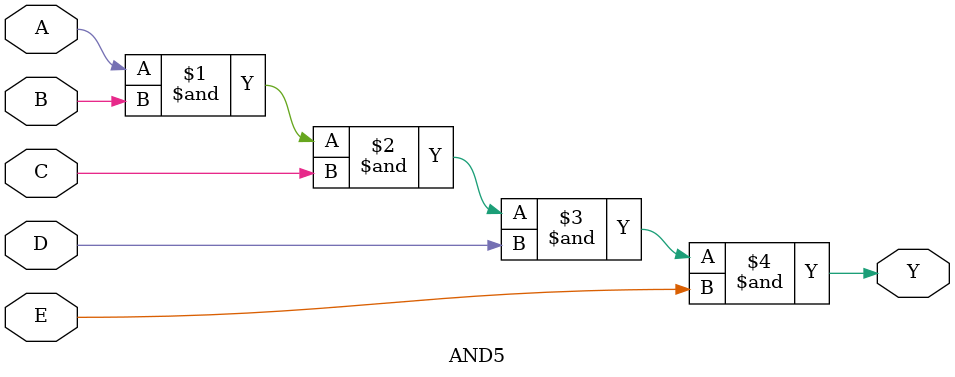
<source format=v>
module AND5(input A, input B, input C, input D, input E, output Y);
    assign Y = A & B & C & D & E;
endmodule

</source>
